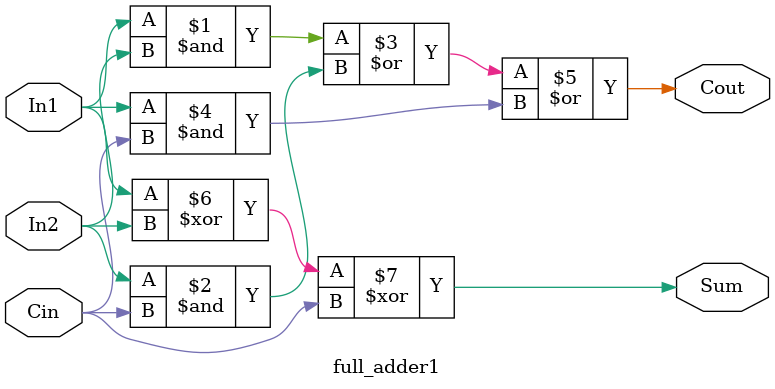
<source format=v>
module full_adder1(In1,In2,Cin,Sum,Cout);

input In1,In2,Cin;
output Cout,Sum;

assign Cout = ((In1&In2) | (In2&Cin) | (In1&Cin));
assign Sum = (In1^In2)^Cin;

endmodule // full_adder1

</source>
